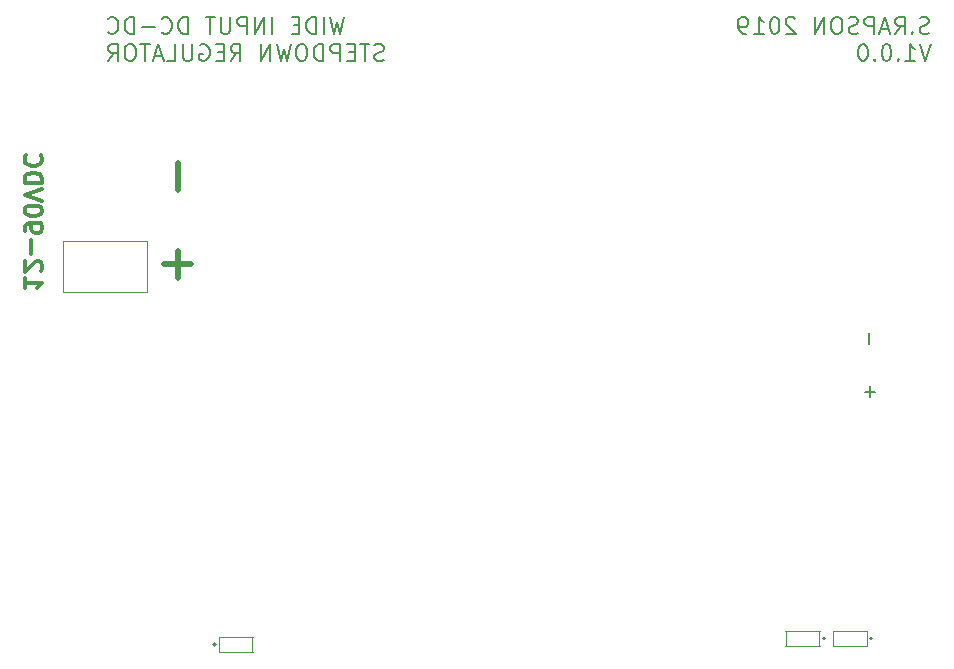
<source format=gbo>
G04 #@! TF.GenerationSoftware,KiCad,Pcbnew,(5.1.0-0)*
G04 #@! TF.CreationDate,2019-04-04T11:20:21+10:30*
G04 #@! TF.ProjectId,wide-input-reg,77696465-2d69-46e7-9075-742d7265672e,rev?*
G04 #@! TF.SameCoordinates,Original*
G04 #@! TF.FileFunction,Legend,Bot*
G04 #@! TF.FilePolarity,Positive*
%FSLAX46Y46*%
G04 Gerber Fmt 4.6, Leading zero omitted, Abs format (unit mm)*
G04 Created by KiCad (PCBNEW (5.1.0-0)) date 2019-04-04 11:20:21*
%MOMM*%
%LPD*%
G04 APERTURE LIST*
%ADD10C,0.200000*%
%ADD11C,0.300000*%
%ADD12C,0.500000*%
%ADD13C,0.120000*%
G04 APERTURE END LIST*
D10*
X129196666Y-52383333D02*
X128863333Y-53783333D01*
X128596666Y-52783333D01*
X128330000Y-53783333D01*
X127996666Y-52383333D01*
X127463333Y-53783333D02*
X127463333Y-52383333D01*
X126796666Y-53783333D02*
X126796666Y-52383333D01*
X126463333Y-52383333D01*
X126263333Y-52450000D01*
X126130000Y-52583333D01*
X126063333Y-52716666D01*
X125996666Y-52983333D01*
X125996666Y-53183333D01*
X126063333Y-53450000D01*
X126130000Y-53583333D01*
X126263333Y-53716666D01*
X126463333Y-53783333D01*
X126796666Y-53783333D01*
X125396666Y-53050000D02*
X124930000Y-53050000D01*
X124730000Y-53783333D02*
X125396666Y-53783333D01*
X125396666Y-52383333D01*
X124730000Y-52383333D01*
X123063333Y-53783333D02*
X123063333Y-52383333D01*
X122396666Y-53783333D02*
X122396666Y-52383333D01*
X121596666Y-53783333D01*
X121596666Y-52383333D01*
X120930000Y-53783333D02*
X120930000Y-52383333D01*
X120396666Y-52383333D01*
X120263333Y-52450000D01*
X120196666Y-52516666D01*
X120130000Y-52650000D01*
X120130000Y-52850000D01*
X120196666Y-52983333D01*
X120263333Y-53050000D01*
X120396666Y-53116666D01*
X120930000Y-53116666D01*
X119530000Y-52383333D02*
X119530000Y-53516666D01*
X119463333Y-53650000D01*
X119396666Y-53716666D01*
X119263333Y-53783333D01*
X118996666Y-53783333D01*
X118863333Y-53716666D01*
X118796666Y-53650000D01*
X118730000Y-53516666D01*
X118730000Y-52383333D01*
X118263333Y-52383333D02*
X117463333Y-52383333D01*
X117863333Y-53783333D02*
X117863333Y-52383333D01*
X115930000Y-53783333D02*
X115930000Y-52383333D01*
X115596666Y-52383333D01*
X115396666Y-52450000D01*
X115263333Y-52583333D01*
X115196666Y-52716666D01*
X115130000Y-52983333D01*
X115130000Y-53183333D01*
X115196666Y-53450000D01*
X115263333Y-53583333D01*
X115396666Y-53716666D01*
X115596666Y-53783333D01*
X115930000Y-53783333D01*
X113730000Y-53650000D02*
X113796666Y-53716666D01*
X113996666Y-53783333D01*
X114130000Y-53783333D01*
X114330000Y-53716666D01*
X114463333Y-53583333D01*
X114530000Y-53450000D01*
X114596666Y-53183333D01*
X114596666Y-52983333D01*
X114530000Y-52716666D01*
X114463333Y-52583333D01*
X114330000Y-52450000D01*
X114130000Y-52383333D01*
X113996666Y-52383333D01*
X113796666Y-52450000D01*
X113730000Y-52516666D01*
X113130000Y-53250000D02*
X112063333Y-53250000D01*
X111396666Y-53783333D02*
X111396666Y-52383333D01*
X111063333Y-52383333D01*
X110863333Y-52450000D01*
X110730000Y-52583333D01*
X110663333Y-52716666D01*
X110596666Y-52983333D01*
X110596666Y-53183333D01*
X110663333Y-53450000D01*
X110730000Y-53583333D01*
X110863333Y-53716666D01*
X111063333Y-53783333D01*
X111396666Y-53783333D01*
X109196666Y-53650000D02*
X109263333Y-53716666D01*
X109463333Y-53783333D01*
X109596666Y-53783333D01*
X109796666Y-53716666D01*
X109930000Y-53583333D01*
X109996666Y-53450000D01*
X110063333Y-53183333D01*
X110063333Y-52983333D01*
X109996666Y-52716666D01*
X109930000Y-52583333D01*
X109796666Y-52450000D01*
X109596666Y-52383333D01*
X109463333Y-52383333D01*
X109263333Y-52450000D01*
X109196666Y-52516666D01*
X132530000Y-56016666D02*
X132330000Y-56083333D01*
X131996666Y-56083333D01*
X131863333Y-56016666D01*
X131796666Y-55950000D01*
X131730000Y-55816666D01*
X131730000Y-55683333D01*
X131796666Y-55550000D01*
X131863333Y-55483333D01*
X131996666Y-55416666D01*
X132263333Y-55350000D01*
X132396666Y-55283333D01*
X132463333Y-55216666D01*
X132530000Y-55083333D01*
X132530000Y-54950000D01*
X132463333Y-54816666D01*
X132396666Y-54750000D01*
X132263333Y-54683333D01*
X131930000Y-54683333D01*
X131730000Y-54750000D01*
X131330000Y-54683333D02*
X130530000Y-54683333D01*
X130930000Y-56083333D02*
X130930000Y-54683333D01*
X130063333Y-55350000D02*
X129596666Y-55350000D01*
X129396666Y-56083333D02*
X130063333Y-56083333D01*
X130063333Y-54683333D01*
X129396666Y-54683333D01*
X128796666Y-56083333D02*
X128796666Y-54683333D01*
X128263333Y-54683333D01*
X128130000Y-54750000D01*
X128063333Y-54816666D01*
X127996666Y-54950000D01*
X127996666Y-55150000D01*
X128063333Y-55283333D01*
X128130000Y-55350000D01*
X128263333Y-55416666D01*
X128796666Y-55416666D01*
X127396666Y-56083333D02*
X127396666Y-54683333D01*
X127063333Y-54683333D01*
X126863333Y-54750000D01*
X126730000Y-54883333D01*
X126663333Y-55016666D01*
X126596666Y-55283333D01*
X126596666Y-55483333D01*
X126663333Y-55750000D01*
X126730000Y-55883333D01*
X126863333Y-56016666D01*
X127063333Y-56083333D01*
X127396666Y-56083333D01*
X125730000Y-54683333D02*
X125463333Y-54683333D01*
X125330000Y-54750000D01*
X125196666Y-54883333D01*
X125130000Y-55150000D01*
X125130000Y-55616666D01*
X125196666Y-55883333D01*
X125330000Y-56016666D01*
X125463333Y-56083333D01*
X125730000Y-56083333D01*
X125863333Y-56016666D01*
X125996666Y-55883333D01*
X126063333Y-55616666D01*
X126063333Y-55150000D01*
X125996666Y-54883333D01*
X125863333Y-54750000D01*
X125730000Y-54683333D01*
X124663333Y-54683333D02*
X124330000Y-56083333D01*
X124063333Y-55083333D01*
X123796666Y-56083333D01*
X123463333Y-54683333D01*
X122930000Y-56083333D02*
X122930000Y-54683333D01*
X122130000Y-56083333D01*
X122130000Y-54683333D01*
X119596666Y-56083333D02*
X120063333Y-55416666D01*
X120396666Y-56083333D02*
X120396666Y-54683333D01*
X119863333Y-54683333D01*
X119730000Y-54750000D01*
X119663333Y-54816666D01*
X119596666Y-54950000D01*
X119596666Y-55150000D01*
X119663333Y-55283333D01*
X119730000Y-55350000D01*
X119863333Y-55416666D01*
X120396666Y-55416666D01*
X118996666Y-55350000D02*
X118530000Y-55350000D01*
X118330000Y-56083333D02*
X118996666Y-56083333D01*
X118996666Y-54683333D01*
X118330000Y-54683333D01*
X116996666Y-54750000D02*
X117130000Y-54683333D01*
X117330000Y-54683333D01*
X117530000Y-54750000D01*
X117663333Y-54883333D01*
X117730000Y-55016666D01*
X117796666Y-55283333D01*
X117796666Y-55483333D01*
X117730000Y-55750000D01*
X117663333Y-55883333D01*
X117530000Y-56016666D01*
X117330000Y-56083333D01*
X117196666Y-56083333D01*
X116996666Y-56016666D01*
X116930000Y-55950000D01*
X116930000Y-55483333D01*
X117196666Y-55483333D01*
X116330000Y-54683333D02*
X116330000Y-55816666D01*
X116263333Y-55950000D01*
X116196666Y-56016666D01*
X116063333Y-56083333D01*
X115796666Y-56083333D01*
X115663333Y-56016666D01*
X115596666Y-55950000D01*
X115530000Y-55816666D01*
X115530000Y-54683333D01*
X114196666Y-56083333D02*
X114863333Y-56083333D01*
X114863333Y-54683333D01*
X113796666Y-55683333D02*
X113130000Y-55683333D01*
X113930000Y-56083333D02*
X113463333Y-54683333D01*
X112996666Y-56083333D01*
X112730000Y-54683333D02*
X111930000Y-54683333D01*
X112330000Y-56083333D02*
X112330000Y-54683333D01*
X111196666Y-54683333D02*
X110930000Y-54683333D01*
X110796666Y-54750000D01*
X110663333Y-54883333D01*
X110596666Y-55150000D01*
X110596666Y-55616666D01*
X110663333Y-55883333D01*
X110796666Y-56016666D01*
X110930000Y-56083333D01*
X111196666Y-56083333D01*
X111330000Y-56016666D01*
X111463333Y-55883333D01*
X111530000Y-55616666D01*
X111530000Y-55150000D01*
X111463333Y-54883333D01*
X111330000Y-54750000D01*
X111196666Y-54683333D01*
X109196666Y-56083333D02*
X109663333Y-55416666D01*
X109996666Y-56083333D02*
X109996666Y-54683333D01*
X109463333Y-54683333D01*
X109330000Y-54750000D01*
X109263333Y-54816666D01*
X109196666Y-54950000D01*
X109196666Y-55150000D01*
X109263333Y-55283333D01*
X109330000Y-55350000D01*
X109463333Y-55416666D01*
X109996666Y-55416666D01*
X178703333Y-53716666D02*
X178503333Y-53783333D01*
X178170000Y-53783333D01*
X178036666Y-53716666D01*
X177970000Y-53650000D01*
X177903333Y-53516666D01*
X177903333Y-53383333D01*
X177970000Y-53250000D01*
X178036666Y-53183333D01*
X178170000Y-53116666D01*
X178436666Y-53050000D01*
X178570000Y-52983333D01*
X178636666Y-52916666D01*
X178703333Y-52783333D01*
X178703333Y-52650000D01*
X178636666Y-52516666D01*
X178570000Y-52450000D01*
X178436666Y-52383333D01*
X178103333Y-52383333D01*
X177903333Y-52450000D01*
X177303333Y-53650000D02*
X177236666Y-53716666D01*
X177303333Y-53783333D01*
X177370000Y-53716666D01*
X177303333Y-53650000D01*
X177303333Y-53783333D01*
X175836666Y-53783333D02*
X176303333Y-53116666D01*
X176636666Y-53783333D02*
X176636666Y-52383333D01*
X176103333Y-52383333D01*
X175970000Y-52450000D01*
X175903333Y-52516666D01*
X175836666Y-52650000D01*
X175836666Y-52850000D01*
X175903333Y-52983333D01*
X175970000Y-53050000D01*
X176103333Y-53116666D01*
X176636666Y-53116666D01*
X175303333Y-53383333D02*
X174636666Y-53383333D01*
X175436666Y-53783333D02*
X174970000Y-52383333D01*
X174503333Y-53783333D01*
X174036666Y-53783333D02*
X174036666Y-52383333D01*
X173503333Y-52383333D01*
X173370000Y-52450000D01*
X173303333Y-52516666D01*
X173236666Y-52650000D01*
X173236666Y-52850000D01*
X173303333Y-52983333D01*
X173370000Y-53050000D01*
X173503333Y-53116666D01*
X174036666Y-53116666D01*
X172703333Y-53716666D02*
X172503333Y-53783333D01*
X172170000Y-53783333D01*
X172036666Y-53716666D01*
X171970000Y-53650000D01*
X171903333Y-53516666D01*
X171903333Y-53383333D01*
X171970000Y-53250000D01*
X172036666Y-53183333D01*
X172170000Y-53116666D01*
X172436666Y-53050000D01*
X172570000Y-52983333D01*
X172636666Y-52916666D01*
X172703333Y-52783333D01*
X172703333Y-52650000D01*
X172636666Y-52516666D01*
X172570000Y-52450000D01*
X172436666Y-52383333D01*
X172103333Y-52383333D01*
X171903333Y-52450000D01*
X171036666Y-52383333D02*
X170770000Y-52383333D01*
X170636666Y-52450000D01*
X170503333Y-52583333D01*
X170436666Y-52850000D01*
X170436666Y-53316666D01*
X170503333Y-53583333D01*
X170636666Y-53716666D01*
X170770000Y-53783333D01*
X171036666Y-53783333D01*
X171170000Y-53716666D01*
X171303333Y-53583333D01*
X171370000Y-53316666D01*
X171370000Y-52850000D01*
X171303333Y-52583333D01*
X171170000Y-52450000D01*
X171036666Y-52383333D01*
X169836666Y-53783333D02*
X169836666Y-52383333D01*
X169036666Y-53783333D01*
X169036666Y-52383333D01*
X167370000Y-52516666D02*
X167303333Y-52450000D01*
X167170000Y-52383333D01*
X166836666Y-52383333D01*
X166703333Y-52450000D01*
X166636666Y-52516666D01*
X166570000Y-52650000D01*
X166570000Y-52783333D01*
X166636666Y-52983333D01*
X167436666Y-53783333D01*
X166570000Y-53783333D01*
X165703333Y-52383333D02*
X165570000Y-52383333D01*
X165436666Y-52450000D01*
X165370000Y-52516666D01*
X165303333Y-52650000D01*
X165236666Y-52916666D01*
X165236666Y-53250000D01*
X165303333Y-53516666D01*
X165370000Y-53650000D01*
X165436666Y-53716666D01*
X165570000Y-53783333D01*
X165703333Y-53783333D01*
X165836666Y-53716666D01*
X165903333Y-53650000D01*
X165970000Y-53516666D01*
X166036666Y-53250000D01*
X166036666Y-52916666D01*
X165970000Y-52650000D01*
X165903333Y-52516666D01*
X165836666Y-52450000D01*
X165703333Y-52383333D01*
X163903333Y-53783333D02*
X164703333Y-53783333D01*
X164303333Y-53783333D02*
X164303333Y-52383333D01*
X164436666Y-52583333D01*
X164570000Y-52716666D01*
X164703333Y-52783333D01*
X163236666Y-53783333D02*
X162970000Y-53783333D01*
X162836666Y-53716666D01*
X162770000Y-53650000D01*
X162636666Y-53450000D01*
X162570000Y-53183333D01*
X162570000Y-52650000D01*
X162636666Y-52516666D01*
X162703333Y-52450000D01*
X162836666Y-52383333D01*
X163103333Y-52383333D01*
X163236666Y-52450000D01*
X163303333Y-52516666D01*
X163370000Y-52650000D01*
X163370000Y-52983333D01*
X163303333Y-53116666D01*
X163236666Y-53183333D01*
X163103333Y-53250000D01*
X162836666Y-53250000D01*
X162703333Y-53183333D01*
X162636666Y-53116666D01*
X162570000Y-52983333D01*
X178836666Y-54683333D02*
X178370000Y-56083333D01*
X177903333Y-54683333D01*
X176703333Y-56083333D02*
X177503333Y-56083333D01*
X177103333Y-56083333D02*
X177103333Y-54683333D01*
X177236666Y-54883333D01*
X177370000Y-55016666D01*
X177503333Y-55083333D01*
X176103333Y-55950000D02*
X176036666Y-56016666D01*
X176103333Y-56083333D01*
X176170000Y-56016666D01*
X176103333Y-55950000D01*
X176103333Y-56083333D01*
X175170000Y-54683333D02*
X175036666Y-54683333D01*
X174903333Y-54750000D01*
X174836666Y-54816666D01*
X174770000Y-54950000D01*
X174703333Y-55216666D01*
X174703333Y-55550000D01*
X174770000Y-55816666D01*
X174836666Y-55950000D01*
X174903333Y-56016666D01*
X175036666Y-56083333D01*
X175170000Y-56083333D01*
X175303333Y-56016666D01*
X175370000Y-55950000D01*
X175436666Y-55816666D01*
X175503333Y-55550000D01*
X175503333Y-55216666D01*
X175436666Y-54950000D01*
X175370000Y-54816666D01*
X175303333Y-54750000D01*
X175170000Y-54683333D01*
X174103333Y-55950000D02*
X174036666Y-56016666D01*
X174103333Y-56083333D01*
X174170000Y-56016666D01*
X174103333Y-55950000D01*
X174103333Y-56083333D01*
X173170000Y-54683333D02*
X173036666Y-54683333D01*
X172903333Y-54750000D01*
X172836666Y-54816666D01*
X172770000Y-54950000D01*
X172703333Y-55216666D01*
X172703333Y-55550000D01*
X172770000Y-55816666D01*
X172836666Y-55950000D01*
X172903333Y-56016666D01*
X173036666Y-56083333D01*
X173170000Y-56083333D01*
X173303333Y-56016666D01*
X173370000Y-55950000D01*
X173436666Y-55816666D01*
X173503333Y-55550000D01*
X173503333Y-55216666D01*
X173436666Y-54950000D01*
X173370000Y-54816666D01*
X173303333Y-54750000D01*
X173170000Y-54683333D01*
D11*
X102121428Y-74485714D02*
X102121428Y-75342857D01*
X102121428Y-74914285D02*
X103621428Y-74914285D01*
X103407142Y-75057142D01*
X103264285Y-75200000D01*
X103192857Y-75342857D01*
X103478571Y-73914285D02*
X103550000Y-73842857D01*
X103621428Y-73700000D01*
X103621428Y-73342857D01*
X103550000Y-73200000D01*
X103478571Y-73128571D01*
X103335714Y-73057142D01*
X103192857Y-73057142D01*
X102978571Y-73128571D01*
X102121428Y-73985714D01*
X102121428Y-73057142D01*
X102692857Y-72414285D02*
X102692857Y-71271428D01*
X102121428Y-70485714D02*
X102121428Y-70200000D01*
X102192857Y-70057142D01*
X102264285Y-69985714D01*
X102478571Y-69842857D01*
X102764285Y-69771428D01*
X103335714Y-69771428D01*
X103478571Y-69842857D01*
X103550000Y-69914285D01*
X103621428Y-70057142D01*
X103621428Y-70342857D01*
X103550000Y-70485714D01*
X103478571Y-70557142D01*
X103335714Y-70628571D01*
X102978571Y-70628571D01*
X102835714Y-70557142D01*
X102764285Y-70485714D01*
X102692857Y-70342857D01*
X102692857Y-70057142D01*
X102764285Y-69914285D01*
X102835714Y-69842857D01*
X102978571Y-69771428D01*
X103621428Y-68842857D02*
X103621428Y-68700000D01*
X103550000Y-68557142D01*
X103478571Y-68485714D01*
X103335714Y-68414285D01*
X103050000Y-68342857D01*
X102692857Y-68342857D01*
X102407142Y-68414285D01*
X102264285Y-68485714D01*
X102192857Y-68557142D01*
X102121428Y-68700000D01*
X102121428Y-68842857D01*
X102192857Y-68985714D01*
X102264285Y-69057142D01*
X102407142Y-69128571D01*
X102692857Y-69200000D01*
X103050000Y-69200000D01*
X103335714Y-69128571D01*
X103478571Y-69057142D01*
X103550000Y-68985714D01*
X103621428Y-68842857D01*
X103621428Y-67914285D02*
X102121428Y-67414285D01*
X103621428Y-66914285D01*
X102121428Y-66414285D02*
X103621428Y-66414285D01*
X103621428Y-66057142D01*
X103550000Y-65842857D01*
X103407142Y-65700000D01*
X103264285Y-65628571D01*
X102978571Y-65557142D01*
X102764285Y-65557142D01*
X102478571Y-65628571D01*
X102335714Y-65700000D01*
X102192857Y-65842857D01*
X102121428Y-66057142D01*
X102121428Y-66414285D01*
X102264285Y-64057142D02*
X102192857Y-64128571D01*
X102121428Y-64342857D01*
X102121428Y-64485714D01*
X102192857Y-64700000D01*
X102335714Y-64842857D01*
X102478571Y-64914285D01*
X102764285Y-64985714D01*
X102978571Y-64985714D01*
X103264285Y-64914285D01*
X103407142Y-64842857D01*
X103550000Y-64700000D01*
X103621428Y-64485714D01*
X103621428Y-64342857D01*
X103550000Y-64128571D01*
X103478571Y-64057142D01*
D10*
X173585714Y-79142857D02*
X173585714Y-80057142D01*
X174157142Y-84085714D02*
X173242857Y-84085714D01*
X173700000Y-84542857D02*
X173700000Y-83628571D01*
D12*
X115114285Y-64757142D02*
X115114285Y-67042857D01*
X116242857Y-73314285D02*
X113957142Y-73314285D01*
X115100000Y-74457142D02*
X115100000Y-72171428D01*
D10*
X169900000Y-105000000D02*
G75*
G03X169900000Y-105000000I-100000J0D01*
G01*
D13*
X166550000Y-104335000D02*
X169450000Y-104335000D01*
X166550000Y-105665000D02*
X169450000Y-105665000D01*
X166580000Y-105665000D02*
X166580000Y-104335000D01*
X169420000Y-105665000D02*
X169420000Y-104335000D01*
X105345000Y-75650000D02*
X112475000Y-75650000D01*
X112475000Y-75650000D02*
X112475000Y-71350000D01*
X112475000Y-71350000D02*
X105345000Y-71350000D01*
X105345000Y-71350000D02*
X105345000Y-75650000D01*
X118580000Y-104835000D02*
X118580000Y-106165000D01*
X121420000Y-104835000D02*
X121420000Y-106165000D01*
X121450000Y-104835000D02*
X118550000Y-104835000D01*
X121450000Y-106165000D02*
X118550000Y-106165000D01*
D10*
X118300000Y-105500000D02*
G75*
G03X118300000Y-105500000I-100000J0D01*
G01*
X173900000Y-105000000D02*
G75*
G03X173900000Y-105000000I-100000J0D01*
G01*
D13*
X170550000Y-104335000D02*
X173450000Y-104335000D01*
X170550000Y-105665000D02*
X173450000Y-105665000D01*
X170580000Y-105665000D02*
X170580000Y-104335000D01*
X173420000Y-105665000D02*
X173420000Y-104335000D01*
M02*

</source>
